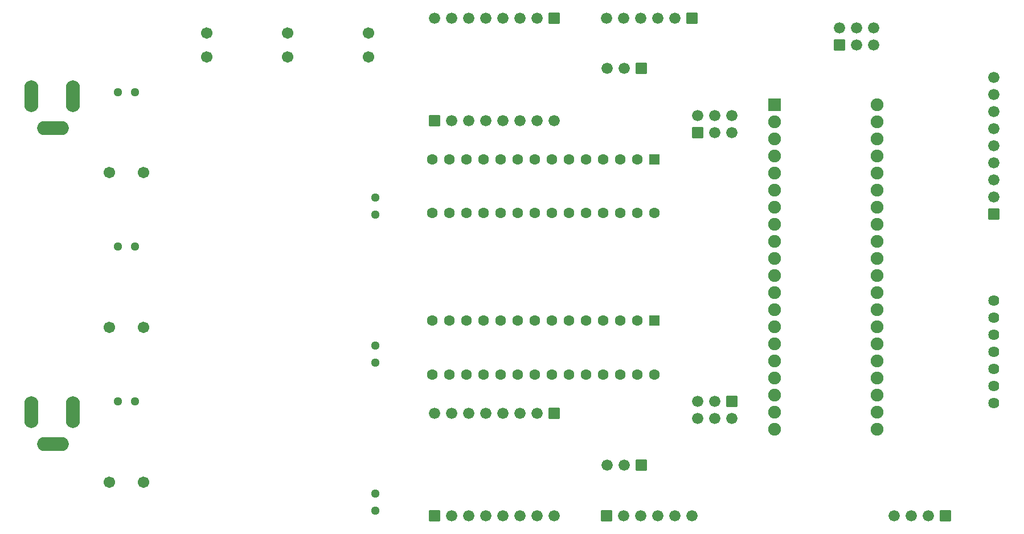
<source format=gbs>
G04 Layer: BottomSolderMaskLayer*
G04 EasyEDA v6.5.22, 2022-12-10 21:12:04*
G04 e12cfe8ce6ad4c4799b389a6830ee86a,10*
G04 Gerber Generator version 0.2*
G04 Scale: 100 percent, Rotated: No, Reflected: No *
G04 Dimensions in millimeters *
G04 leading zeros omitted , absolute positions ,4 integer and 5 decimal *
%FSLAX45Y45*%
%MOMM*%

%AMMACRO1*1,1,$1,$2,$3*1,1,$1,$4,$5*1,1,$1,0-$2,0-$3*1,1,$1,0-$4,0-$5*20,1,$1,$2,$3,$4,$5,0*20,1,$1,$4,$5,0-$2,0-$3,0*20,1,$1,0-$2,0-$3,0-$4,0-$5,0*20,1,$1,0-$4,0-$5,$2,$3,0*4,1,4,$2,$3,$4,$5,0-$2,0-$3,0-$4,0-$5,$2,$3,0*%
%ADD10O,2.101596X4.701590799999999*%
%ADD11O,4.701590799999999X2.101596*%
%ADD12MACRO1,0.1016X0.7874X-0.7874X-0.7874X-0.7874*%
%ADD13C,1.6764*%
%ADD14C,1.7016*%
%ADD15C,1.2954*%
%ADD16MACRO1,0.1016X-0.7874X0.7874X0.7874X0.7874*%
%ADD17C,1.6256*%
%ADD18MACRO1,0.1016X-0.7874X-0.7874X-0.7874X0.7874*%
%ADD19C,1.9016*%
%ADD20MACRO1,0.1016X0.9X0.9X0.9X-0.9*%
%ADD21MACRO1,0.1016X0.75X0.75X0.75X-0.75*%
%ADD22C,1.6016*%

%LPD*%
D10*
G01*
X1009980Y6534962D03*
G01*
X390017Y6534988D03*
D11*
G01*
X710006Y6064961D03*
D10*
G01*
X1009980Y1834972D03*
G01*
X390017Y1834997D03*
D11*
G01*
X710006Y1364970D03*
D12*
G01*
X13980972Y299999D03*
D13*
G01*
X13726972Y299999D03*
G01*
X13472972Y299999D03*
G01*
X13218972Y299999D03*
D14*
G01*
X2053996Y5399989D03*
G01*
X1545996Y5399989D03*
G01*
X1545996Y3099993D03*
G01*
X2053996Y3099993D03*
G01*
X1545996Y799998D03*
G01*
X2053996Y799998D03*
D15*
G01*
X1672996Y6599986D03*
G01*
X1926996Y6599986D03*
G01*
X5499988Y4772990D03*
G01*
X5499988Y5026990D03*
G01*
X1926996Y4299991D03*
G01*
X1672996Y4299991D03*
G01*
X5499988Y2572994D03*
G01*
X5499988Y2826994D03*
G01*
X1926996Y1999995D03*
G01*
X1672996Y1999995D03*
G01*
X5499988Y372998D03*
G01*
X5499988Y626998D03*
D14*
G01*
X2999993Y7474991D03*
G01*
X2999993Y7124979D03*
G01*
X4199991Y7474991D03*
G01*
X4199991Y7124979D03*
G01*
X5399989Y7474991D03*
G01*
X5399989Y7124979D03*
D13*
G01*
X8937980Y7699984D03*
G01*
X9191980Y7699984D03*
G01*
X9445980Y7699984D03*
G01*
X9699980Y7699984D03*
G01*
X9953980Y7699984D03*
D12*
G01*
X10207980Y7699984D03*
D13*
G01*
X10207980Y299999D03*
G01*
X9953980Y299999D03*
G01*
X9699980Y299999D03*
G01*
X9445980Y299999D03*
G01*
X9191980Y299999D03*
D16*
G01*
X8937980Y299999D03*
G01*
X6383985Y299999D03*
D13*
G01*
X6637985Y299999D03*
G01*
X6891985Y299999D03*
G01*
X7145985Y299999D03*
G01*
X7399985Y299999D03*
G01*
X7653985Y299999D03*
G01*
X7907985Y299999D03*
G01*
X8161985Y299999D03*
D12*
G01*
X8161985Y1823996D03*
D13*
G01*
X7907985Y1823999D03*
G01*
X7653985Y1823999D03*
G01*
X7399985Y1823999D03*
G01*
X7145985Y1823999D03*
G01*
X6891985Y1823999D03*
G01*
X6637985Y1823999D03*
G01*
X6383985Y1823999D03*
D12*
G01*
X8161985Y7699984D03*
D13*
G01*
X7907985Y7699984D03*
G01*
X7653985Y7699984D03*
G01*
X7399985Y7699984D03*
G01*
X7145985Y7699984D03*
G01*
X6891985Y7699984D03*
G01*
X6637985Y7699984D03*
G01*
X6383985Y7699984D03*
D16*
G01*
X6383985Y6175987D03*
D13*
G01*
X6637985Y6175984D03*
G01*
X6891985Y6175984D03*
G01*
X7145985Y6175984D03*
G01*
X7399985Y6175984D03*
G01*
X7653985Y6175984D03*
G01*
X7907985Y6175984D03*
G01*
X8161985Y6175984D03*
G01*
X10799978Y6253962D03*
G01*
X10799978Y5999962D03*
G01*
X10545978Y6253962D03*
G01*
X10545978Y5999962D03*
G01*
X10291978Y6253962D03*
D16*
G01*
X10291978Y5999988D03*
D13*
G01*
X10291978Y1745995D03*
G01*
X10291978Y1999995D03*
G01*
X10545978Y1745995D03*
G01*
X10545978Y1999995D03*
G01*
X10799978Y1745995D03*
D12*
G01*
X10799978Y1999996D03*
D13*
G01*
X12908000Y7553985D03*
G01*
X12908000Y7299985D03*
G01*
X12654000Y7553985D03*
G01*
X12654000Y7299985D03*
G01*
X12400000Y7553985D03*
D16*
G01*
X12399975Y7299985D03*
D17*
G01*
X14699970Y3499993D03*
G01*
X14699970Y3245993D03*
G01*
X14699970Y2991993D03*
G01*
X14699970Y2737993D03*
G01*
X14699970Y2483993D03*
G01*
X14699970Y2229993D03*
G01*
X14699970Y1975993D03*
D13*
G01*
X14699970Y6815988D03*
G01*
X14699970Y6561988D03*
G01*
X14699970Y6307988D03*
G01*
X14699970Y6053988D03*
G01*
X14699970Y5799988D03*
G01*
X14699970Y5545988D03*
G01*
X14699970Y5291988D03*
G01*
X14699970Y5037988D03*
D18*
G01*
X14699970Y4783988D03*
D13*
G01*
X8945981Y6949973D03*
G01*
X9199981Y6949973D03*
D12*
G01*
X9453981Y6949986D03*
D13*
G01*
X8945981Y1050010D03*
G01*
X9199981Y1050010D03*
D12*
G01*
X9453984Y1049997D03*
D19*
G01*
X11437975Y1840992D03*
G01*
X11437975Y2348992D03*
G01*
X11437975Y2094992D03*
G01*
X11437975Y3364992D03*
G01*
X11437975Y4380992D03*
G01*
X11437975Y4634992D03*
G01*
X11437975Y4888992D03*
G01*
X11437975Y5142992D03*
G01*
X11437975Y5396992D03*
G01*
X11437975Y5650992D03*
G01*
X11437975Y5904992D03*
G01*
X11437975Y6158992D03*
D20*
G01*
X11437975Y6412992D03*
D19*
G01*
X11437975Y4126992D03*
G01*
X11437975Y3618992D03*
G01*
X11437975Y3872992D03*
G01*
X11437975Y3110992D03*
G01*
X11437975Y2602992D03*
G01*
X11437975Y2856992D03*
G01*
X11437975Y1586992D03*
G01*
X12961975Y6158992D03*
G01*
X12961975Y6412992D03*
G01*
X12961975Y5904992D03*
G01*
X12961975Y5650992D03*
G01*
X12961975Y2602992D03*
G01*
X12961975Y2856992D03*
G01*
X12961975Y3110992D03*
G01*
X12961975Y3364992D03*
G01*
X12961975Y2348992D03*
G01*
X12961975Y2094992D03*
G01*
X12961975Y1840992D03*
G01*
X12961975Y1586992D03*
G01*
X12961975Y4380992D03*
G01*
X12961975Y4126992D03*
G01*
X12961975Y3872992D03*
G01*
X12961975Y3618992D03*
G01*
X12961975Y4634992D03*
G01*
X12961975Y4888992D03*
G01*
X12961975Y5142992D03*
G01*
X12961975Y5396992D03*
D21*
G01*
X9650984Y5599988D03*
D22*
G01*
X9396984Y5599988D03*
G01*
X9142984Y5599988D03*
G01*
X8888984Y5599988D03*
G01*
X8634984Y5599988D03*
G01*
X8380984Y5599988D03*
G01*
X8126984Y5599988D03*
G01*
X7872984Y5599988D03*
G01*
X7618984Y5599988D03*
G01*
X7364984Y5599988D03*
G01*
X7110984Y5599988D03*
G01*
X6856984Y5599988D03*
G01*
X6602984Y5599988D03*
G01*
X6348984Y5599988D03*
G01*
X9650984Y4799990D03*
G01*
X9396984Y4799990D03*
G01*
X9142984Y4799990D03*
G01*
X8888984Y4799990D03*
G01*
X8634984Y4799990D03*
G01*
X8380984Y4799990D03*
G01*
X8126984Y4799990D03*
G01*
X7872984Y4799990D03*
G01*
X7618984Y4799990D03*
G01*
X7364984Y4799990D03*
G01*
X7110984Y4799990D03*
G01*
X6856984Y4799990D03*
G01*
X6602984Y4799990D03*
G01*
X6348984Y4799990D03*
D21*
G01*
X9650984Y3199993D03*
D22*
G01*
X9396984Y3199993D03*
G01*
X9142984Y3199993D03*
G01*
X8888984Y3199993D03*
G01*
X8634984Y3199993D03*
G01*
X8380984Y3199993D03*
G01*
X8126984Y3199993D03*
G01*
X7872984Y3199993D03*
G01*
X7618984Y3199993D03*
G01*
X7364984Y3199993D03*
G01*
X7110984Y3199993D03*
G01*
X6856984Y3199993D03*
G01*
X6602984Y3199993D03*
G01*
X6348984Y3199993D03*
G01*
X9650984Y2399995D03*
G01*
X9396984Y2399995D03*
G01*
X9142984Y2399995D03*
G01*
X8888984Y2399995D03*
G01*
X8634984Y2399995D03*
G01*
X8380984Y2399995D03*
G01*
X8126984Y2399995D03*
G01*
X7872984Y2399995D03*
G01*
X7618984Y2399995D03*
G01*
X7364984Y2399995D03*
G01*
X7110984Y2399995D03*
G01*
X6856984Y2399995D03*
G01*
X6602984Y2399995D03*
G01*
X6348984Y2399995D03*
M02*

</source>
